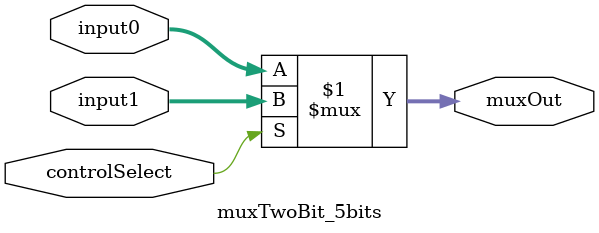
<source format=v>
`timescale 1ns / 1ps
module muxTwoBit_5bits(
	input [4:0] input0, input1,
	input controlSelect,
	output [4:0] muxOut
    );

assign muxOut = (controlSelect) ? input1 : input0;

endmodule

</source>
